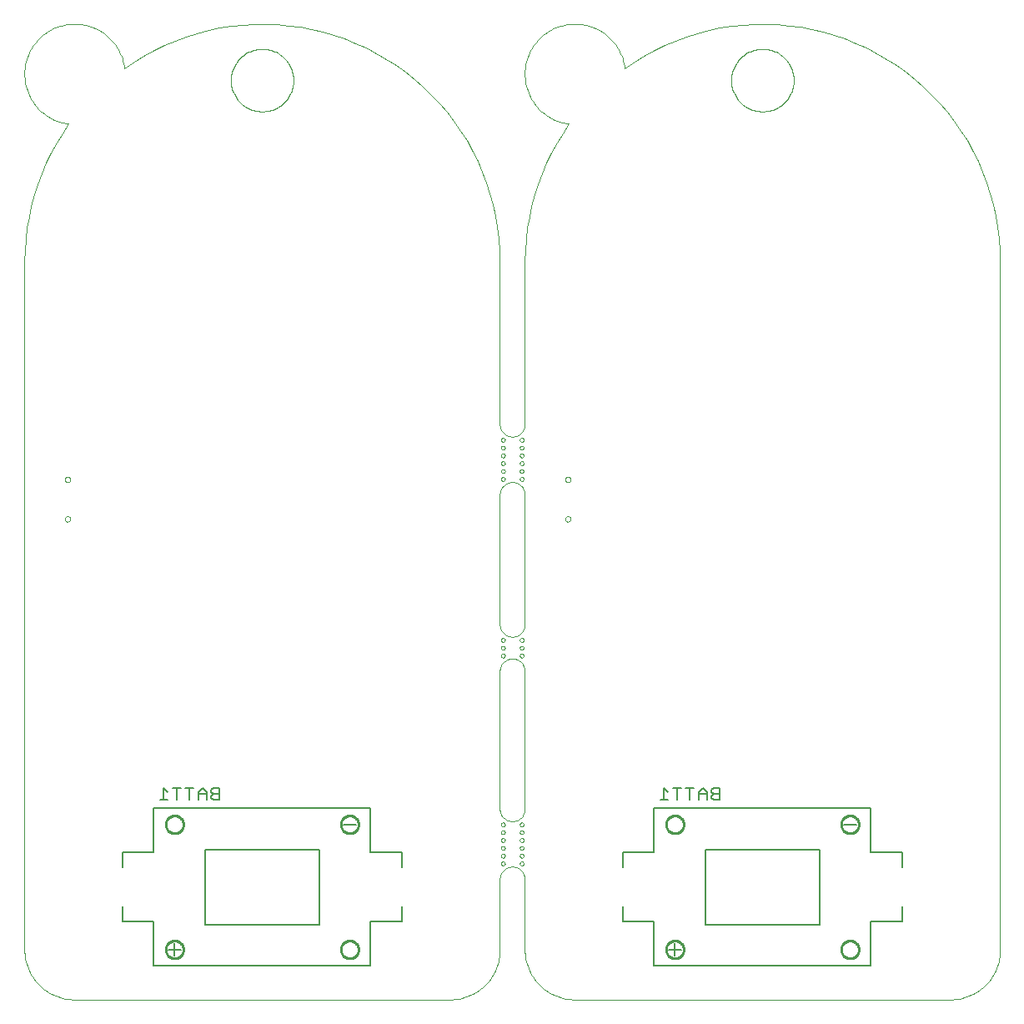
<source format=gbo>
G75*
G70*
%OFA0B0*%
%FSLAX24Y24*%
%IPPOS*%
%LPD*%
%AMOC8*
5,1,8,0,0,1.08239X$1,22.5*
%
%ADD10C,0.0000*%
%ADD11C,0.0080*%
%ADD12C,0.0100*%
D10*
X002655Y001008D02*
X017655Y001008D01*
X017750Y001010D01*
X017845Y001017D01*
X017940Y001028D01*
X018034Y001044D01*
X018127Y001064D01*
X018218Y001089D01*
X018309Y001118D01*
X018398Y001151D01*
X018486Y001189D01*
X018571Y001230D01*
X018655Y001276D01*
X018736Y001325D01*
X018815Y001379D01*
X018891Y001436D01*
X018965Y001497D01*
X019035Y001561D01*
X019102Y001628D01*
X019166Y001698D01*
X019227Y001772D01*
X019284Y001848D01*
X019338Y001927D01*
X019387Y002008D01*
X019433Y002092D01*
X019474Y002177D01*
X019512Y002265D01*
X019545Y002354D01*
X019574Y002445D01*
X019599Y002536D01*
X019619Y002629D01*
X019635Y002723D01*
X019646Y002818D01*
X019653Y002913D01*
X019655Y003008D01*
X019655Y005820D01*
X019657Y005864D01*
X019663Y005907D01*
X019672Y005949D01*
X019685Y005991D01*
X019702Y006031D01*
X019722Y006070D01*
X019745Y006107D01*
X019772Y006141D01*
X019801Y006174D01*
X019834Y006203D01*
X019868Y006230D01*
X019905Y006253D01*
X019944Y006273D01*
X019984Y006290D01*
X020026Y006303D01*
X020068Y006312D01*
X020111Y006318D01*
X020155Y006320D01*
X019701Y006445D02*
X019703Y006463D01*
X019709Y006479D01*
X019718Y006494D01*
X019731Y006507D01*
X019746Y006516D01*
X019762Y006522D01*
X019780Y006524D01*
X019798Y006522D01*
X019814Y006516D01*
X019829Y006507D01*
X019842Y006494D01*
X019851Y006479D01*
X019857Y006463D01*
X019859Y006445D01*
X019857Y006427D01*
X019851Y006411D01*
X019842Y006396D01*
X019829Y006383D01*
X019814Y006374D01*
X019798Y006368D01*
X019780Y006366D01*
X019762Y006368D01*
X019746Y006374D01*
X019731Y006383D01*
X019718Y006396D01*
X019709Y006411D01*
X019703Y006427D01*
X019701Y006445D01*
X019701Y006758D02*
X019703Y006776D01*
X019709Y006792D01*
X019718Y006807D01*
X019731Y006820D01*
X019746Y006829D01*
X019762Y006835D01*
X019780Y006837D01*
X019798Y006835D01*
X019814Y006829D01*
X019829Y006820D01*
X019842Y006807D01*
X019851Y006792D01*
X019857Y006776D01*
X019859Y006758D01*
X019857Y006740D01*
X019851Y006724D01*
X019842Y006709D01*
X019829Y006696D01*
X019814Y006687D01*
X019798Y006681D01*
X019780Y006679D01*
X019762Y006681D01*
X019746Y006687D01*
X019731Y006696D01*
X019718Y006709D01*
X019709Y006724D01*
X019703Y006740D01*
X019701Y006758D01*
X019701Y007070D02*
X019703Y007088D01*
X019709Y007104D01*
X019718Y007119D01*
X019731Y007132D01*
X019746Y007141D01*
X019762Y007147D01*
X019780Y007149D01*
X019798Y007147D01*
X019814Y007141D01*
X019829Y007132D01*
X019842Y007119D01*
X019851Y007104D01*
X019857Y007088D01*
X019859Y007070D01*
X019857Y007052D01*
X019851Y007036D01*
X019842Y007021D01*
X019829Y007008D01*
X019814Y006999D01*
X019798Y006993D01*
X019780Y006991D01*
X019762Y006993D01*
X019746Y006999D01*
X019731Y007008D01*
X019718Y007021D01*
X019709Y007036D01*
X019703Y007052D01*
X019701Y007070D01*
X019701Y007383D02*
X019703Y007401D01*
X019709Y007417D01*
X019718Y007432D01*
X019731Y007445D01*
X019746Y007454D01*
X019762Y007460D01*
X019780Y007462D01*
X019798Y007460D01*
X019814Y007454D01*
X019829Y007445D01*
X019842Y007432D01*
X019851Y007417D01*
X019857Y007401D01*
X019859Y007383D01*
X019857Y007365D01*
X019851Y007349D01*
X019842Y007334D01*
X019829Y007321D01*
X019814Y007312D01*
X019798Y007306D01*
X019780Y007304D01*
X019762Y007306D01*
X019746Y007312D01*
X019731Y007321D01*
X019718Y007334D01*
X019709Y007349D01*
X019703Y007365D01*
X019701Y007383D01*
X019701Y007695D02*
X019703Y007713D01*
X019709Y007729D01*
X019718Y007744D01*
X019731Y007757D01*
X019746Y007766D01*
X019762Y007772D01*
X019780Y007774D01*
X019798Y007772D01*
X019814Y007766D01*
X019829Y007757D01*
X019842Y007744D01*
X019851Y007729D01*
X019857Y007713D01*
X019859Y007695D01*
X019857Y007677D01*
X019851Y007661D01*
X019842Y007646D01*
X019829Y007633D01*
X019814Y007624D01*
X019798Y007618D01*
X019780Y007616D01*
X019762Y007618D01*
X019746Y007624D01*
X019731Y007633D01*
X019718Y007646D01*
X019709Y007661D01*
X019703Y007677D01*
X019701Y007695D01*
X019701Y008008D02*
X019703Y008026D01*
X019709Y008042D01*
X019718Y008057D01*
X019731Y008070D01*
X019746Y008079D01*
X019762Y008085D01*
X019780Y008087D01*
X019798Y008085D01*
X019814Y008079D01*
X019829Y008070D01*
X019842Y008057D01*
X019851Y008042D01*
X019857Y008026D01*
X019859Y008008D01*
X019857Y007990D01*
X019851Y007974D01*
X019842Y007959D01*
X019829Y007946D01*
X019814Y007937D01*
X019798Y007931D01*
X019780Y007929D01*
X019762Y007931D01*
X019746Y007937D01*
X019731Y007946D01*
X019718Y007959D01*
X019709Y007974D01*
X019703Y007990D01*
X019701Y008008D01*
X019655Y008633D02*
X019655Y014133D01*
X019657Y014177D01*
X019663Y014220D01*
X019672Y014262D01*
X019685Y014304D01*
X019702Y014344D01*
X019722Y014383D01*
X019745Y014420D01*
X019772Y014454D01*
X019801Y014487D01*
X019834Y014516D01*
X019868Y014543D01*
X019905Y014566D01*
X019944Y014586D01*
X019984Y014603D01*
X020026Y014616D01*
X020068Y014625D01*
X020111Y014631D01*
X020155Y014633D01*
X019701Y014758D02*
X019703Y014776D01*
X019709Y014792D01*
X019718Y014807D01*
X019731Y014820D01*
X019746Y014829D01*
X019762Y014835D01*
X019780Y014837D01*
X019798Y014835D01*
X019814Y014829D01*
X019829Y014820D01*
X019842Y014807D01*
X019851Y014792D01*
X019857Y014776D01*
X019859Y014758D01*
X019857Y014740D01*
X019851Y014724D01*
X019842Y014709D01*
X019829Y014696D01*
X019814Y014687D01*
X019798Y014681D01*
X019780Y014679D01*
X019762Y014681D01*
X019746Y014687D01*
X019731Y014696D01*
X019718Y014709D01*
X019709Y014724D01*
X019703Y014740D01*
X019701Y014758D01*
X019701Y015070D02*
X019703Y015088D01*
X019709Y015104D01*
X019718Y015119D01*
X019731Y015132D01*
X019746Y015141D01*
X019762Y015147D01*
X019780Y015149D01*
X019798Y015147D01*
X019814Y015141D01*
X019829Y015132D01*
X019842Y015119D01*
X019851Y015104D01*
X019857Y015088D01*
X019859Y015070D01*
X019857Y015052D01*
X019851Y015036D01*
X019842Y015021D01*
X019829Y015008D01*
X019814Y014999D01*
X019798Y014993D01*
X019780Y014991D01*
X019762Y014993D01*
X019746Y014999D01*
X019731Y015008D01*
X019718Y015021D01*
X019709Y015036D01*
X019703Y015052D01*
X019701Y015070D01*
X019701Y015383D02*
X019703Y015401D01*
X019709Y015417D01*
X019718Y015432D01*
X019731Y015445D01*
X019746Y015454D01*
X019762Y015460D01*
X019780Y015462D01*
X019798Y015460D01*
X019814Y015454D01*
X019829Y015445D01*
X019842Y015432D01*
X019851Y015417D01*
X019857Y015401D01*
X019859Y015383D01*
X019857Y015365D01*
X019851Y015349D01*
X019842Y015334D01*
X019829Y015321D01*
X019814Y015312D01*
X019798Y015306D01*
X019780Y015304D01*
X019762Y015306D01*
X019746Y015312D01*
X019731Y015321D01*
X019718Y015334D01*
X019709Y015349D01*
X019703Y015365D01*
X019701Y015383D01*
X019655Y016008D02*
X019655Y021195D01*
X019657Y021239D01*
X019663Y021282D01*
X019672Y021324D01*
X019685Y021366D01*
X019702Y021406D01*
X019722Y021445D01*
X019745Y021482D01*
X019772Y021516D01*
X019801Y021549D01*
X019834Y021578D01*
X019868Y021605D01*
X019905Y021628D01*
X019944Y021648D01*
X019984Y021665D01*
X020026Y021678D01*
X020068Y021687D01*
X020111Y021693D01*
X020155Y021695D01*
X019701Y021820D02*
X019703Y021838D01*
X019709Y021854D01*
X019718Y021869D01*
X019731Y021882D01*
X019746Y021891D01*
X019762Y021897D01*
X019780Y021899D01*
X019798Y021897D01*
X019814Y021891D01*
X019829Y021882D01*
X019842Y021869D01*
X019851Y021854D01*
X019857Y021838D01*
X019859Y021820D01*
X019857Y021802D01*
X019851Y021786D01*
X019842Y021771D01*
X019829Y021758D01*
X019814Y021749D01*
X019798Y021743D01*
X019780Y021741D01*
X019762Y021743D01*
X019746Y021749D01*
X019731Y021758D01*
X019718Y021771D01*
X019709Y021786D01*
X019703Y021802D01*
X019701Y021820D01*
X019701Y022133D02*
X019703Y022151D01*
X019709Y022167D01*
X019718Y022182D01*
X019731Y022195D01*
X019746Y022204D01*
X019762Y022210D01*
X019780Y022212D01*
X019798Y022210D01*
X019814Y022204D01*
X019829Y022195D01*
X019842Y022182D01*
X019851Y022167D01*
X019857Y022151D01*
X019859Y022133D01*
X019857Y022115D01*
X019851Y022099D01*
X019842Y022084D01*
X019829Y022071D01*
X019814Y022062D01*
X019798Y022056D01*
X019780Y022054D01*
X019762Y022056D01*
X019746Y022062D01*
X019731Y022071D01*
X019718Y022084D01*
X019709Y022099D01*
X019703Y022115D01*
X019701Y022133D01*
X019701Y022445D02*
X019703Y022463D01*
X019709Y022479D01*
X019718Y022494D01*
X019731Y022507D01*
X019746Y022516D01*
X019762Y022522D01*
X019780Y022524D01*
X019798Y022522D01*
X019814Y022516D01*
X019829Y022507D01*
X019842Y022494D01*
X019851Y022479D01*
X019857Y022463D01*
X019859Y022445D01*
X019857Y022427D01*
X019851Y022411D01*
X019842Y022396D01*
X019829Y022383D01*
X019814Y022374D01*
X019798Y022368D01*
X019780Y022366D01*
X019762Y022368D01*
X019746Y022374D01*
X019731Y022383D01*
X019718Y022396D01*
X019709Y022411D01*
X019703Y022427D01*
X019701Y022445D01*
X019701Y022758D02*
X019703Y022776D01*
X019709Y022792D01*
X019718Y022807D01*
X019731Y022820D01*
X019746Y022829D01*
X019762Y022835D01*
X019780Y022837D01*
X019798Y022835D01*
X019814Y022829D01*
X019829Y022820D01*
X019842Y022807D01*
X019851Y022792D01*
X019857Y022776D01*
X019859Y022758D01*
X019857Y022740D01*
X019851Y022724D01*
X019842Y022709D01*
X019829Y022696D01*
X019814Y022687D01*
X019798Y022681D01*
X019780Y022679D01*
X019762Y022681D01*
X019746Y022687D01*
X019731Y022696D01*
X019718Y022709D01*
X019709Y022724D01*
X019703Y022740D01*
X019701Y022758D01*
X019701Y023070D02*
X019703Y023088D01*
X019709Y023104D01*
X019718Y023119D01*
X019731Y023132D01*
X019746Y023141D01*
X019762Y023147D01*
X019780Y023149D01*
X019798Y023147D01*
X019814Y023141D01*
X019829Y023132D01*
X019842Y023119D01*
X019851Y023104D01*
X019857Y023088D01*
X019859Y023070D01*
X019857Y023052D01*
X019851Y023036D01*
X019842Y023021D01*
X019829Y023008D01*
X019814Y022999D01*
X019798Y022993D01*
X019780Y022991D01*
X019762Y022993D01*
X019746Y022999D01*
X019731Y023008D01*
X019718Y023021D01*
X019709Y023036D01*
X019703Y023052D01*
X019701Y023070D01*
X019701Y023383D02*
X019703Y023401D01*
X019709Y023417D01*
X019718Y023432D01*
X019731Y023445D01*
X019746Y023454D01*
X019762Y023460D01*
X019780Y023462D01*
X019798Y023460D01*
X019814Y023454D01*
X019829Y023445D01*
X019842Y023432D01*
X019851Y023417D01*
X019857Y023401D01*
X019859Y023383D01*
X019857Y023365D01*
X019851Y023349D01*
X019842Y023334D01*
X019829Y023321D01*
X019814Y023312D01*
X019798Y023306D01*
X019780Y023304D01*
X019762Y023306D01*
X019746Y023312D01*
X019731Y023321D01*
X019718Y023334D01*
X019709Y023349D01*
X019703Y023365D01*
X019701Y023383D01*
X019655Y024008D02*
X019655Y030508D01*
X020655Y030508D02*
X020655Y024008D01*
X020653Y023964D01*
X020647Y023921D01*
X020638Y023879D01*
X020625Y023837D01*
X020608Y023797D01*
X020588Y023758D01*
X020565Y023721D01*
X020538Y023687D01*
X020509Y023654D01*
X020476Y023625D01*
X020442Y023598D01*
X020405Y023575D01*
X020366Y023555D01*
X020326Y023538D01*
X020284Y023525D01*
X020242Y023516D01*
X020199Y023510D01*
X020155Y023508D01*
X020451Y023383D02*
X020453Y023401D01*
X020459Y023417D01*
X020468Y023432D01*
X020481Y023445D01*
X020496Y023454D01*
X020512Y023460D01*
X020530Y023462D01*
X020548Y023460D01*
X020564Y023454D01*
X020579Y023445D01*
X020592Y023432D01*
X020601Y023417D01*
X020607Y023401D01*
X020609Y023383D01*
X020607Y023365D01*
X020601Y023349D01*
X020592Y023334D01*
X020579Y023321D01*
X020564Y023312D01*
X020548Y023306D01*
X020530Y023304D01*
X020512Y023306D01*
X020496Y023312D01*
X020481Y023321D01*
X020468Y023334D01*
X020459Y023349D01*
X020453Y023365D01*
X020451Y023383D01*
X020451Y023070D02*
X020453Y023088D01*
X020459Y023104D01*
X020468Y023119D01*
X020481Y023132D01*
X020496Y023141D01*
X020512Y023147D01*
X020530Y023149D01*
X020548Y023147D01*
X020564Y023141D01*
X020579Y023132D01*
X020592Y023119D01*
X020601Y023104D01*
X020607Y023088D01*
X020609Y023070D01*
X020607Y023052D01*
X020601Y023036D01*
X020592Y023021D01*
X020579Y023008D01*
X020564Y022999D01*
X020548Y022993D01*
X020530Y022991D01*
X020512Y022993D01*
X020496Y022999D01*
X020481Y023008D01*
X020468Y023021D01*
X020459Y023036D01*
X020453Y023052D01*
X020451Y023070D01*
X020451Y022758D02*
X020453Y022776D01*
X020459Y022792D01*
X020468Y022807D01*
X020481Y022820D01*
X020496Y022829D01*
X020512Y022835D01*
X020530Y022837D01*
X020548Y022835D01*
X020564Y022829D01*
X020579Y022820D01*
X020592Y022807D01*
X020601Y022792D01*
X020607Y022776D01*
X020609Y022758D01*
X020607Y022740D01*
X020601Y022724D01*
X020592Y022709D01*
X020579Y022696D01*
X020564Y022687D01*
X020548Y022681D01*
X020530Y022679D01*
X020512Y022681D01*
X020496Y022687D01*
X020481Y022696D01*
X020468Y022709D01*
X020459Y022724D01*
X020453Y022740D01*
X020451Y022758D01*
X020451Y022445D02*
X020453Y022463D01*
X020459Y022479D01*
X020468Y022494D01*
X020481Y022507D01*
X020496Y022516D01*
X020512Y022522D01*
X020530Y022524D01*
X020548Y022522D01*
X020564Y022516D01*
X020579Y022507D01*
X020592Y022494D01*
X020601Y022479D01*
X020607Y022463D01*
X020609Y022445D01*
X020607Y022427D01*
X020601Y022411D01*
X020592Y022396D01*
X020579Y022383D01*
X020564Y022374D01*
X020548Y022368D01*
X020530Y022366D01*
X020512Y022368D01*
X020496Y022374D01*
X020481Y022383D01*
X020468Y022396D01*
X020459Y022411D01*
X020453Y022427D01*
X020451Y022445D01*
X020451Y022133D02*
X020453Y022151D01*
X020459Y022167D01*
X020468Y022182D01*
X020481Y022195D01*
X020496Y022204D01*
X020512Y022210D01*
X020530Y022212D01*
X020548Y022210D01*
X020564Y022204D01*
X020579Y022195D01*
X020592Y022182D01*
X020601Y022167D01*
X020607Y022151D01*
X020609Y022133D01*
X020607Y022115D01*
X020601Y022099D01*
X020592Y022084D01*
X020579Y022071D01*
X020564Y022062D01*
X020548Y022056D01*
X020530Y022054D01*
X020512Y022056D01*
X020496Y022062D01*
X020481Y022071D01*
X020468Y022084D01*
X020459Y022099D01*
X020453Y022115D01*
X020451Y022133D01*
X020451Y021820D02*
X020453Y021838D01*
X020459Y021854D01*
X020468Y021869D01*
X020481Y021882D01*
X020496Y021891D01*
X020512Y021897D01*
X020530Y021899D01*
X020548Y021897D01*
X020564Y021891D01*
X020579Y021882D01*
X020592Y021869D01*
X020601Y021854D01*
X020607Y021838D01*
X020609Y021820D01*
X020607Y021802D01*
X020601Y021786D01*
X020592Y021771D01*
X020579Y021758D01*
X020564Y021749D01*
X020548Y021743D01*
X020530Y021741D01*
X020512Y021743D01*
X020496Y021749D01*
X020481Y021758D01*
X020468Y021771D01*
X020459Y021786D01*
X020453Y021802D01*
X020451Y021820D01*
X020655Y021195D02*
X020655Y016008D01*
X020653Y015964D01*
X020647Y015921D01*
X020638Y015879D01*
X020625Y015837D01*
X020608Y015797D01*
X020588Y015758D01*
X020565Y015721D01*
X020538Y015687D01*
X020509Y015654D01*
X020476Y015625D01*
X020442Y015598D01*
X020405Y015575D01*
X020366Y015555D01*
X020326Y015538D01*
X020284Y015525D01*
X020242Y015516D01*
X020199Y015510D01*
X020155Y015508D01*
X020451Y015383D02*
X020453Y015401D01*
X020459Y015417D01*
X020468Y015432D01*
X020481Y015445D01*
X020496Y015454D01*
X020512Y015460D01*
X020530Y015462D01*
X020548Y015460D01*
X020564Y015454D01*
X020579Y015445D01*
X020592Y015432D01*
X020601Y015417D01*
X020607Y015401D01*
X020609Y015383D01*
X020607Y015365D01*
X020601Y015349D01*
X020592Y015334D01*
X020579Y015321D01*
X020564Y015312D01*
X020548Y015306D01*
X020530Y015304D01*
X020512Y015306D01*
X020496Y015312D01*
X020481Y015321D01*
X020468Y015334D01*
X020459Y015349D01*
X020453Y015365D01*
X020451Y015383D01*
X020451Y015070D02*
X020453Y015088D01*
X020459Y015104D01*
X020468Y015119D01*
X020481Y015132D01*
X020496Y015141D01*
X020512Y015147D01*
X020530Y015149D01*
X020548Y015147D01*
X020564Y015141D01*
X020579Y015132D01*
X020592Y015119D01*
X020601Y015104D01*
X020607Y015088D01*
X020609Y015070D01*
X020607Y015052D01*
X020601Y015036D01*
X020592Y015021D01*
X020579Y015008D01*
X020564Y014999D01*
X020548Y014993D01*
X020530Y014991D01*
X020512Y014993D01*
X020496Y014999D01*
X020481Y015008D01*
X020468Y015021D01*
X020459Y015036D01*
X020453Y015052D01*
X020451Y015070D01*
X020451Y014758D02*
X020453Y014776D01*
X020459Y014792D01*
X020468Y014807D01*
X020481Y014820D01*
X020496Y014829D01*
X020512Y014835D01*
X020530Y014837D01*
X020548Y014835D01*
X020564Y014829D01*
X020579Y014820D01*
X020592Y014807D01*
X020601Y014792D01*
X020607Y014776D01*
X020609Y014758D01*
X020607Y014740D01*
X020601Y014724D01*
X020592Y014709D01*
X020579Y014696D01*
X020564Y014687D01*
X020548Y014681D01*
X020530Y014679D01*
X020512Y014681D01*
X020496Y014687D01*
X020481Y014696D01*
X020468Y014709D01*
X020459Y014724D01*
X020453Y014740D01*
X020451Y014758D01*
X020655Y014133D02*
X020655Y008633D01*
X020653Y008589D01*
X020647Y008546D01*
X020638Y008504D01*
X020625Y008462D01*
X020608Y008422D01*
X020588Y008383D01*
X020565Y008346D01*
X020538Y008312D01*
X020509Y008279D01*
X020476Y008250D01*
X020442Y008223D01*
X020405Y008200D01*
X020366Y008180D01*
X020326Y008163D01*
X020284Y008150D01*
X020242Y008141D01*
X020199Y008135D01*
X020155Y008133D01*
X020451Y008008D02*
X020453Y008026D01*
X020459Y008042D01*
X020468Y008057D01*
X020481Y008070D01*
X020496Y008079D01*
X020512Y008085D01*
X020530Y008087D01*
X020548Y008085D01*
X020564Y008079D01*
X020579Y008070D01*
X020592Y008057D01*
X020601Y008042D01*
X020607Y008026D01*
X020609Y008008D01*
X020607Y007990D01*
X020601Y007974D01*
X020592Y007959D01*
X020579Y007946D01*
X020564Y007937D01*
X020548Y007931D01*
X020530Y007929D01*
X020512Y007931D01*
X020496Y007937D01*
X020481Y007946D01*
X020468Y007959D01*
X020459Y007974D01*
X020453Y007990D01*
X020451Y008008D01*
X020451Y007695D02*
X020453Y007713D01*
X020459Y007729D01*
X020468Y007744D01*
X020481Y007757D01*
X020496Y007766D01*
X020512Y007772D01*
X020530Y007774D01*
X020548Y007772D01*
X020564Y007766D01*
X020579Y007757D01*
X020592Y007744D01*
X020601Y007729D01*
X020607Y007713D01*
X020609Y007695D01*
X020607Y007677D01*
X020601Y007661D01*
X020592Y007646D01*
X020579Y007633D01*
X020564Y007624D01*
X020548Y007618D01*
X020530Y007616D01*
X020512Y007618D01*
X020496Y007624D01*
X020481Y007633D01*
X020468Y007646D01*
X020459Y007661D01*
X020453Y007677D01*
X020451Y007695D01*
X020451Y007383D02*
X020453Y007401D01*
X020459Y007417D01*
X020468Y007432D01*
X020481Y007445D01*
X020496Y007454D01*
X020512Y007460D01*
X020530Y007462D01*
X020548Y007460D01*
X020564Y007454D01*
X020579Y007445D01*
X020592Y007432D01*
X020601Y007417D01*
X020607Y007401D01*
X020609Y007383D01*
X020607Y007365D01*
X020601Y007349D01*
X020592Y007334D01*
X020579Y007321D01*
X020564Y007312D01*
X020548Y007306D01*
X020530Y007304D01*
X020512Y007306D01*
X020496Y007312D01*
X020481Y007321D01*
X020468Y007334D01*
X020459Y007349D01*
X020453Y007365D01*
X020451Y007383D01*
X020451Y007070D02*
X020453Y007088D01*
X020459Y007104D01*
X020468Y007119D01*
X020481Y007132D01*
X020496Y007141D01*
X020512Y007147D01*
X020530Y007149D01*
X020548Y007147D01*
X020564Y007141D01*
X020579Y007132D01*
X020592Y007119D01*
X020601Y007104D01*
X020607Y007088D01*
X020609Y007070D01*
X020607Y007052D01*
X020601Y007036D01*
X020592Y007021D01*
X020579Y007008D01*
X020564Y006999D01*
X020548Y006993D01*
X020530Y006991D01*
X020512Y006993D01*
X020496Y006999D01*
X020481Y007008D01*
X020468Y007021D01*
X020459Y007036D01*
X020453Y007052D01*
X020451Y007070D01*
X020451Y006758D02*
X020453Y006776D01*
X020459Y006792D01*
X020468Y006807D01*
X020481Y006820D01*
X020496Y006829D01*
X020512Y006835D01*
X020530Y006837D01*
X020548Y006835D01*
X020564Y006829D01*
X020579Y006820D01*
X020592Y006807D01*
X020601Y006792D01*
X020607Y006776D01*
X020609Y006758D01*
X020607Y006740D01*
X020601Y006724D01*
X020592Y006709D01*
X020579Y006696D01*
X020564Y006687D01*
X020548Y006681D01*
X020530Y006679D01*
X020512Y006681D01*
X020496Y006687D01*
X020481Y006696D01*
X020468Y006709D01*
X020459Y006724D01*
X020453Y006740D01*
X020451Y006758D01*
X020451Y006445D02*
X020453Y006463D01*
X020459Y006479D01*
X020468Y006494D01*
X020481Y006507D01*
X020496Y006516D01*
X020512Y006522D01*
X020530Y006524D01*
X020548Y006522D01*
X020564Y006516D01*
X020579Y006507D01*
X020592Y006494D01*
X020601Y006479D01*
X020607Y006463D01*
X020609Y006445D01*
X020607Y006427D01*
X020601Y006411D01*
X020592Y006396D01*
X020579Y006383D01*
X020564Y006374D01*
X020548Y006368D01*
X020530Y006366D01*
X020512Y006368D01*
X020496Y006374D01*
X020481Y006383D01*
X020468Y006396D01*
X020459Y006411D01*
X020453Y006427D01*
X020451Y006445D01*
X020655Y005820D02*
X020655Y003008D01*
X020657Y002913D01*
X020664Y002818D01*
X020675Y002723D01*
X020691Y002629D01*
X020711Y002536D01*
X020736Y002445D01*
X020765Y002354D01*
X020798Y002265D01*
X020836Y002177D01*
X020877Y002092D01*
X020923Y002008D01*
X020972Y001927D01*
X021026Y001848D01*
X021083Y001772D01*
X021144Y001698D01*
X021208Y001628D01*
X021275Y001561D01*
X021345Y001497D01*
X021419Y001436D01*
X021495Y001379D01*
X021574Y001325D01*
X021655Y001276D01*
X021739Y001230D01*
X021824Y001189D01*
X021912Y001151D01*
X022001Y001118D01*
X022092Y001089D01*
X022183Y001064D01*
X022276Y001044D01*
X022370Y001028D01*
X022465Y001017D01*
X022560Y001010D01*
X022655Y001008D01*
X037655Y001008D01*
X037750Y001010D01*
X037845Y001017D01*
X037940Y001028D01*
X038034Y001044D01*
X038127Y001064D01*
X038218Y001089D01*
X038309Y001118D01*
X038398Y001151D01*
X038486Y001189D01*
X038571Y001230D01*
X038655Y001276D01*
X038736Y001325D01*
X038815Y001379D01*
X038891Y001436D01*
X038965Y001497D01*
X039035Y001561D01*
X039102Y001628D01*
X039166Y001698D01*
X039227Y001772D01*
X039284Y001848D01*
X039338Y001927D01*
X039387Y002008D01*
X039433Y002092D01*
X039474Y002177D01*
X039512Y002265D01*
X039545Y002354D01*
X039574Y002445D01*
X039599Y002536D01*
X039619Y002629D01*
X039635Y002723D01*
X039646Y002818D01*
X039653Y002913D01*
X039655Y003008D01*
X039655Y030508D01*
X039644Y030970D01*
X039610Y031431D01*
X039554Y031890D01*
X039476Y032345D01*
X039375Y032796D01*
X039253Y033242D01*
X039109Y033681D01*
X038944Y034113D01*
X038759Y034536D01*
X038553Y034950D01*
X038327Y035353D01*
X038081Y035745D01*
X037817Y036124D01*
X037535Y036490D01*
X037235Y036842D01*
X036919Y037179D01*
X036586Y037500D01*
X036239Y037804D01*
X035877Y038092D01*
X035501Y038361D01*
X035113Y038612D01*
X034713Y038843D01*
X034302Y039055D01*
X033881Y039247D01*
X033452Y039418D01*
X033015Y039567D01*
X032571Y039696D01*
X032121Y039802D01*
X031667Y039887D01*
X031209Y039949D01*
X030748Y039989D01*
X030287Y040007D01*
X029824Y040002D01*
X029363Y039975D01*
X028904Y039925D01*
X028447Y039853D01*
X027995Y039759D01*
X027547Y039643D01*
X027106Y039505D01*
X026672Y039346D01*
X026246Y039167D01*
X025830Y038966D01*
X025424Y038746D01*
X025028Y038506D01*
X024646Y038247D01*
X024645Y038248D02*
X024631Y038344D01*
X024612Y038440D01*
X024589Y038535D01*
X024561Y038628D01*
X024528Y038720D01*
X024492Y038810D01*
X024450Y038898D01*
X024405Y038984D01*
X024356Y039068D01*
X024302Y039150D01*
X024245Y039228D01*
X024183Y039304D01*
X024119Y039377D01*
X024050Y039446D01*
X023979Y039513D01*
X023904Y039575D01*
X023826Y039634D01*
X023746Y039689D01*
X023663Y039740D01*
X023578Y039787D01*
X023490Y039830D01*
X023401Y039868D01*
X023309Y039902D01*
X023217Y039932D01*
X023123Y039957D01*
X023027Y039977D01*
X022931Y039993D01*
X022834Y040004D01*
X022737Y040010D01*
X022640Y040012D01*
X022542Y040009D01*
X022445Y040001D01*
X022349Y039988D01*
X022253Y039971D01*
X022158Y039949D01*
X022064Y039923D01*
X021972Y039892D01*
X021881Y039857D01*
X021792Y039817D01*
X021705Y039773D01*
X021621Y039724D01*
X021538Y039672D01*
X021459Y039616D01*
X021382Y039556D01*
X021308Y039492D01*
X021238Y039425D01*
X021171Y039355D01*
X021107Y039281D01*
X021047Y039204D01*
X020991Y039125D01*
X020939Y039042D01*
X020890Y038958D01*
X020846Y038871D01*
X020806Y038782D01*
X020771Y038691D01*
X020740Y038599D01*
X020714Y038505D01*
X020692Y038410D01*
X020675Y038314D01*
X020662Y038218D01*
X020654Y038121D01*
X020651Y038023D01*
X020653Y037926D01*
X020659Y037829D01*
X020670Y037732D01*
X020686Y037636D01*
X020706Y037540D01*
X020731Y037446D01*
X020761Y037354D01*
X020795Y037262D01*
X020833Y037173D01*
X020876Y037085D01*
X020923Y037000D01*
X020974Y036917D01*
X021029Y036837D01*
X021088Y036759D01*
X021150Y036684D01*
X021217Y036613D01*
X021286Y036544D01*
X021359Y036480D01*
X021435Y036418D01*
X021513Y036361D01*
X021595Y036307D01*
X021679Y036258D01*
X021765Y036213D01*
X021853Y036171D01*
X021943Y036135D01*
X022035Y036102D01*
X022128Y036074D01*
X022223Y036051D01*
X022319Y036032D01*
X022415Y036018D01*
X028905Y037758D02*
X028907Y037828D01*
X028913Y037898D01*
X028923Y037967D01*
X028936Y038036D01*
X028954Y038104D01*
X028975Y038171D01*
X029000Y038236D01*
X029029Y038300D01*
X029061Y038363D01*
X029097Y038423D01*
X029136Y038481D01*
X029178Y038537D01*
X029223Y038591D01*
X029271Y038642D01*
X029322Y038690D01*
X029376Y038735D01*
X029432Y038777D01*
X029490Y038816D01*
X029550Y038852D01*
X029613Y038884D01*
X029677Y038913D01*
X029742Y038938D01*
X029809Y038959D01*
X029877Y038977D01*
X029946Y038990D01*
X030015Y039000D01*
X030085Y039006D01*
X030155Y039008D01*
X030225Y039006D01*
X030295Y039000D01*
X030364Y038990D01*
X030433Y038977D01*
X030501Y038959D01*
X030568Y038938D01*
X030633Y038913D01*
X030697Y038884D01*
X030760Y038852D01*
X030820Y038816D01*
X030878Y038777D01*
X030934Y038735D01*
X030988Y038690D01*
X031039Y038642D01*
X031087Y038591D01*
X031132Y038537D01*
X031174Y038481D01*
X031213Y038423D01*
X031249Y038363D01*
X031281Y038300D01*
X031310Y038236D01*
X031335Y038171D01*
X031356Y038104D01*
X031374Y038036D01*
X031387Y037967D01*
X031397Y037898D01*
X031403Y037828D01*
X031405Y037758D01*
X031403Y037688D01*
X031397Y037618D01*
X031387Y037549D01*
X031374Y037480D01*
X031356Y037412D01*
X031335Y037345D01*
X031310Y037280D01*
X031281Y037216D01*
X031249Y037153D01*
X031213Y037093D01*
X031174Y037035D01*
X031132Y036979D01*
X031087Y036925D01*
X031039Y036874D01*
X030988Y036826D01*
X030934Y036781D01*
X030878Y036739D01*
X030820Y036700D01*
X030760Y036664D01*
X030697Y036632D01*
X030633Y036603D01*
X030568Y036578D01*
X030501Y036557D01*
X030433Y036539D01*
X030364Y036526D01*
X030295Y036516D01*
X030225Y036510D01*
X030155Y036508D01*
X030085Y036510D01*
X030015Y036516D01*
X029946Y036526D01*
X029877Y036539D01*
X029809Y036557D01*
X029742Y036578D01*
X029677Y036603D01*
X029613Y036632D01*
X029550Y036664D01*
X029490Y036700D01*
X029432Y036739D01*
X029376Y036781D01*
X029322Y036826D01*
X029271Y036874D01*
X029223Y036925D01*
X029178Y036979D01*
X029136Y037035D01*
X029097Y037093D01*
X029061Y037153D01*
X029029Y037216D01*
X029000Y037280D01*
X028975Y037345D01*
X028954Y037412D01*
X028936Y037480D01*
X028923Y037549D01*
X028913Y037618D01*
X028907Y037688D01*
X028905Y037758D01*
X022416Y036017D02*
X022162Y035643D01*
X021927Y035257D01*
X021711Y034860D01*
X021513Y034454D01*
X021335Y034038D01*
X021177Y033614D01*
X021040Y033184D01*
X020923Y032747D01*
X020827Y032305D01*
X020752Y031860D01*
X020698Y031411D01*
X020666Y030960D01*
X020655Y030508D01*
X019655Y024008D02*
X019657Y023964D01*
X019663Y023921D01*
X019672Y023879D01*
X019685Y023837D01*
X019702Y023797D01*
X019722Y023758D01*
X019745Y023721D01*
X019772Y023687D01*
X019801Y023654D01*
X019834Y023625D01*
X019868Y023598D01*
X019905Y023575D01*
X019944Y023555D01*
X019984Y023538D01*
X020026Y023525D01*
X020068Y023516D01*
X020111Y023510D01*
X020155Y023508D01*
X020155Y021695D02*
X020199Y021693D01*
X020242Y021687D01*
X020284Y021678D01*
X020326Y021665D01*
X020366Y021648D01*
X020405Y021628D01*
X020442Y021605D01*
X020476Y021578D01*
X020509Y021549D01*
X020538Y021516D01*
X020565Y021482D01*
X020588Y021445D01*
X020608Y021406D01*
X020625Y021366D01*
X020638Y021324D01*
X020647Y021282D01*
X020653Y021239D01*
X020655Y021195D01*
X022269Y021795D02*
X022271Y021815D01*
X022277Y021835D01*
X022286Y021853D01*
X022299Y021870D01*
X022314Y021883D01*
X022332Y021893D01*
X022352Y021900D01*
X022372Y021903D01*
X022392Y021902D01*
X022412Y021897D01*
X022431Y021889D01*
X022448Y021877D01*
X022462Y021862D01*
X022473Y021844D01*
X022481Y021825D01*
X022485Y021805D01*
X022485Y021785D01*
X022481Y021765D01*
X022473Y021746D01*
X022462Y021728D01*
X022448Y021713D01*
X022431Y021701D01*
X022412Y021693D01*
X022392Y021688D01*
X022372Y021687D01*
X022352Y021690D01*
X022332Y021697D01*
X022314Y021707D01*
X022299Y021720D01*
X022286Y021737D01*
X022277Y021755D01*
X022271Y021775D01*
X022269Y021795D01*
X022269Y020220D02*
X022271Y020240D01*
X022277Y020260D01*
X022286Y020278D01*
X022299Y020295D01*
X022314Y020308D01*
X022332Y020318D01*
X022352Y020325D01*
X022372Y020328D01*
X022392Y020327D01*
X022412Y020322D01*
X022431Y020314D01*
X022448Y020302D01*
X022462Y020287D01*
X022473Y020269D01*
X022481Y020250D01*
X022485Y020230D01*
X022485Y020210D01*
X022481Y020190D01*
X022473Y020171D01*
X022462Y020153D01*
X022448Y020138D01*
X022431Y020126D01*
X022412Y020118D01*
X022392Y020113D01*
X022372Y020112D01*
X022352Y020115D01*
X022332Y020122D01*
X022314Y020132D01*
X022299Y020145D01*
X022286Y020162D01*
X022277Y020180D01*
X022271Y020200D01*
X022269Y020220D01*
X019655Y016008D02*
X019657Y015964D01*
X019663Y015921D01*
X019672Y015879D01*
X019685Y015837D01*
X019702Y015797D01*
X019722Y015758D01*
X019745Y015721D01*
X019772Y015687D01*
X019801Y015654D01*
X019834Y015625D01*
X019868Y015598D01*
X019905Y015575D01*
X019944Y015555D01*
X019984Y015538D01*
X020026Y015525D01*
X020068Y015516D01*
X020111Y015510D01*
X020155Y015508D01*
X020155Y014633D02*
X020199Y014631D01*
X020242Y014625D01*
X020284Y014616D01*
X020326Y014603D01*
X020366Y014586D01*
X020405Y014566D01*
X020442Y014543D01*
X020476Y014516D01*
X020509Y014487D01*
X020538Y014454D01*
X020565Y014420D01*
X020588Y014383D01*
X020608Y014344D01*
X020625Y014304D01*
X020638Y014262D01*
X020647Y014220D01*
X020653Y014177D01*
X020655Y014133D01*
X019655Y008633D02*
X019657Y008589D01*
X019663Y008546D01*
X019672Y008504D01*
X019685Y008462D01*
X019702Y008422D01*
X019722Y008383D01*
X019745Y008346D01*
X019772Y008312D01*
X019801Y008279D01*
X019834Y008250D01*
X019868Y008223D01*
X019905Y008200D01*
X019944Y008180D01*
X019984Y008163D01*
X020026Y008150D01*
X020068Y008141D01*
X020111Y008135D01*
X020155Y008133D01*
X020155Y006320D02*
X020199Y006318D01*
X020242Y006312D01*
X020284Y006303D01*
X020326Y006290D01*
X020366Y006273D01*
X020405Y006253D01*
X020442Y006230D01*
X020476Y006203D01*
X020509Y006174D01*
X020538Y006141D01*
X020565Y006107D01*
X020588Y006070D01*
X020608Y006031D01*
X020625Y005991D01*
X020638Y005949D01*
X020647Y005907D01*
X020653Y005864D01*
X020655Y005820D01*
X002655Y001008D02*
X002560Y001010D01*
X002465Y001017D01*
X002370Y001028D01*
X002276Y001044D01*
X002183Y001064D01*
X002092Y001089D01*
X002001Y001118D01*
X001912Y001151D01*
X001824Y001189D01*
X001739Y001230D01*
X001655Y001276D01*
X001574Y001325D01*
X001495Y001379D01*
X001419Y001436D01*
X001345Y001497D01*
X001275Y001561D01*
X001208Y001628D01*
X001144Y001698D01*
X001083Y001772D01*
X001026Y001848D01*
X000972Y001927D01*
X000923Y002008D01*
X000877Y002092D01*
X000836Y002177D01*
X000798Y002265D01*
X000765Y002354D01*
X000736Y002445D01*
X000711Y002536D01*
X000691Y002629D01*
X000675Y002723D01*
X000664Y002818D01*
X000657Y002913D01*
X000655Y003008D01*
X000655Y030508D01*
X002415Y036018D02*
X002319Y036032D01*
X002223Y036051D01*
X002128Y036074D01*
X002035Y036102D01*
X001943Y036135D01*
X001853Y036171D01*
X001765Y036213D01*
X001679Y036258D01*
X001595Y036307D01*
X001513Y036361D01*
X001435Y036418D01*
X001359Y036480D01*
X001286Y036544D01*
X001217Y036613D01*
X001150Y036684D01*
X001088Y036759D01*
X001029Y036837D01*
X000974Y036917D01*
X000923Y037000D01*
X000876Y037085D01*
X000833Y037173D01*
X000795Y037262D01*
X000761Y037354D01*
X000731Y037446D01*
X000706Y037540D01*
X000686Y037636D01*
X000670Y037732D01*
X000659Y037829D01*
X000653Y037926D01*
X000651Y038023D01*
X000654Y038121D01*
X000662Y038218D01*
X000675Y038314D01*
X000692Y038410D01*
X000714Y038505D01*
X000740Y038599D01*
X000771Y038691D01*
X000806Y038782D01*
X000846Y038871D01*
X000890Y038958D01*
X000939Y039042D01*
X000991Y039125D01*
X001047Y039204D01*
X001107Y039281D01*
X001171Y039355D01*
X001238Y039425D01*
X001308Y039492D01*
X001382Y039556D01*
X001459Y039616D01*
X001538Y039672D01*
X001621Y039724D01*
X001705Y039773D01*
X001792Y039817D01*
X001881Y039857D01*
X001972Y039892D01*
X002064Y039923D01*
X002158Y039949D01*
X002253Y039971D01*
X002349Y039988D01*
X002445Y040001D01*
X002542Y040009D01*
X002640Y040012D01*
X002737Y040010D01*
X002834Y040004D01*
X002931Y039993D01*
X003027Y039977D01*
X003123Y039957D01*
X003217Y039932D01*
X003309Y039902D01*
X003401Y039868D01*
X003490Y039830D01*
X003578Y039787D01*
X003663Y039740D01*
X003746Y039689D01*
X003826Y039634D01*
X003904Y039575D01*
X003979Y039513D01*
X004050Y039446D01*
X004119Y039377D01*
X004183Y039304D01*
X004245Y039228D01*
X004302Y039150D01*
X004356Y039068D01*
X004405Y038984D01*
X004450Y038898D01*
X004492Y038810D01*
X004528Y038720D01*
X004561Y038628D01*
X004589Y038535D01*
X004612Y038440D01*
X004631Y038344D01*
X004645Y038248D01*
X008905Y037758D02*
X008907Y037828D01*
X008913Y037898D01*
X008923Y037967D01*
X008936Y038036D01*
X008954Y038104D01*
X008975Y038171D01*
X009000Y038236D01*
X009029Y038300D01*
X009061Y038363D01*
X009097Y038423D01*
X009136Y038481D01*
X009178Y038537D01*
X009223Y038591D01*
X009271Y038642D01*
X009322Y038690D01*
X009376Y038735D01*
X009432Y038777D01*
X009490Y038816D01*
X009550Y038852D01*
X009613Y038884D01*
X009677Y038913D01*
X009742Y038938D01*
X009809Y038959D01*
X009877Y038977D01*
X009946Y038990D01*
X010015Y039000D01*
X010085Y039006D01*
X010155Y039008D01*
X010225Y039006D01*
X010295Y039000D01*
X010364Y038990D01*
X010433Y038977D01*
X010501Y038959D01*
X010568Y038938D01*
X010633Y038913D01*
X010697Y038884D01*
X010760Y038852D01*
X010820Y038816D01*
X010878Y038777D01*
X010934Y038735D01*
X010988Y038690D01*
X011039Y038642D01*
X011087Y038591D01*
X011132Y038537D01*
X011174Y038481D01*
X011213Y038423D01*
X011249Y038363D01*
X011281Y038300D01*
X011310Y038236D01*
X011335Y038171D01*
X011356Y038104D01*
X011374Y038036D01*
X011387Y037967D01*
X011397Y037898D01*
X011403Y037828D01*
X011405Y037758D01*
X011403Y037688D01*
X011397Y037618D01*
X011387Y037549D01*
X011374Y037480D01*
X011356Y037412D01*
X011335Y037345D01*
X011310Y037280D01*
X011281Y037216D01*
X011249Y037153D01*
X011213Y037093D01*
X011174Y037035D01*
X011132Y036979D01*
X011087Y036925D01*
X011039Y036874D01*
X010988Y036826D01*
X010934Y036781D01*
X010878Y036739D01*
X010820Y036700D01*
X010760Y036664D01*
X010697Y036632D01*
X010633Y036603D01*
X010568Y036578D01*
X010501Y036557D01*
X010433Y036539D01*
X010364Y036526D01*
X010295Y036516D01*
X010225Y036510D01*
X010155Y036508D01*
X010085Y036510D01*
X010015Y036516D01*
X009946Y036526D01*
X009877Y036539D01*
X009809Y036557D01*
X009742Y036578D01*
X009677Y036603D01*
X009613Y036632D01*
X009550Y036664D01*
X009490Y036700D01*
X009432Y036739D01*
X009376Y036781D01*
X009322Y036826D01*
X009271Y036874D01*
X009223Y036925D01*
X009178Y036979D01*
X009136Y037035D01*
X009097Y037093D01*
X009061Y037153D01*
X009029Y037216D01*
X009000Y037280D01*
X008975Y037345D01*
X008954Y037412D01*
X008936Y037480D01*
X008923Y037549D01*
X008913Y037618D01*
X008907Y037688D01*
X008905Y037758D01*
X004646Y038247D02*
X005028Y038506D01*
X005424Y038746D01*
X005830Y038966D01*
X006246Y039167D01*
X006672Y039346D01*
X007106Y039505D01*
X007547Y039643D01*
X007995Y039759D01*
X008447Y039853D01*
X008904Y039925D01*
X009363Y039975D01*
X009824Y040002D01*
X010287Y040007D01*
X010748Y039989D01*
X011209Y039949D01*
X011667Y039887D01*
X012121Y039802D01*
X012571Y039696D01*
X013015Y039567D01*
X013452Y039418D01*
X013881Y039247D01*
X014302Y039055D01*
X014713Y038843D01*
X015113Y038612D01*
X015501Y038361D01*
X015877Y038092D01*
X016239Y037804D01*
X016586Y037500D01*
X016919Y037179D01*
X017235Y036842D01*
X017535Y036490D01*
X017817Y036124D01*
X018081Y035745D01*
X018327Y035353D01*
X018553Y034950D01*
X018759Y034536D01*
X018944Y034113D01*
X019109Y033681D01*
X019253Y033242D01*
X019375Y032796D01*
X019476Y032345D01*
X019554Y031890D01*
X019610Y031431D01*
X019644Y030970D01*
X019655Y030508D01*
X002416Y036017D02*
X002162Y035643D01*
X001927Y035257D01*
X001711Y034860D01*
X001513Y034454D01*
X001335Y034038D01*
X001177Y033614D01*
X001040Y033184D01*
X000923Y032747D01*
X000827Y032305D01*
X000752Y031860D01*
X000698Y031411D01*
X000666Y030960D01*
X000655Y030508D01*
X002269Y021795D02*
X002271Y021815D01*
X002277Y021835D01*
X002286Y021853D01*
X002299Y021870D01*
X002314Y021883D01*
X002332Y021893D01*
X002352Y021900D01*
X002372Y021903D01*
X002392Y021902D01*
X002412Y021897D01*
X002431Y021889D01*
X002448Y021877D01*
X002462Y021862D01*
X002473Y021844D01*
X002481Y021825D01*
X002485Y021805D01*
X002485Y021785D01*
X002481Y021765D01*
X002473Y021746D01*
X002462Y021728D01*
X002448Y021713D01*
X002431Y021701D01*
X002412Y021693D01*
X002392Y021688D01*
X002372Y021687D01*
X002352Y021690D01*
X002332Y021697D01*
X002314Y021707D01*
X002299Y021720D01*
X002286Y021737D01*
X002277Y021755D01*
X002271Y021775D01*
X002269Y021795D01*
X002269Y020220D02*
X002271Y020240D01*
X002277Y020260D01*
X002286Y020278D01*
X002299Y020295D01*
X002314Y020308D01*
X002332Y020318D01*
X002352Y020325D01*
X002372Y020328D01*
X002392Y020327D01*
X002412Y020322D01*
X002431Y020314D01*
X002448Y020302D01*
X002462Y020287D01*
X002473Y020269D01*
X002481Y020250D01*
X002485Y020230D01*
X002485Y020210D01*
X002481Y020190D01*
X002473Y020171D01*
X002462Y020153D01*
X002448Y020138D01*
X002431Y020126D01*
X002412Y020118D01*
X002392Y020113D01*
X002372Y020112D01*
X002352Y020115D01*
X002332Y020122D01*
X002314Y020132D01*
X002299Y020145D01*
X002286Y020162D01*
X002277Y020180D01*
X002271Y020200D01*
X002269Y020220D01*
D11*
X006221Y009468D02*
X006221Y008988D01*
X006381Y008988D02*
X006061Y008988D01*
X005824Y008657D02*
X005824Y006886D01*
X004565Y006886D01*
X004565Y006295D01*
X004565Y004720D02*
X004565Y004130D01*
X005824Y004130D01*
X005824Y002358D01*
X014486Y002358D01*
X014486Y004130D01*
X015746Y004130D01*
X015746Y004720D01*
X015746Y006295D02*
X015746Y006886D01*
X014486Y006886D01*
X014486Y008657D01*
X005824Y008657D01*
X006381Y009308D02*
X006221Y009468D01*
X006576Y009468D02*
X006896Y009468D01*
X006736Y009468D02*
X006736Y008988D01*
X007252Y008988D02*
X007252Y009468D01*
X007412Y009468D02*
X007092Y009468D01*
X007607Y009308D02*
X007607Y008988D01*
X007607Y009228D02*
X007928Y009228D01*
X007928Y009308D02*
X007768Y009468D01*
X007607Y009308D01*
X007928Y009308D02*
X007928Y008988D01*
X008123Y009068D02*
X008203Y008988D01*
X008443Y008988D01*
X008443Y009468D01*
X008203Y009468D01*
X008123Y009388D01*
X008123Y009308D01*
X008203Y009228D01*
X008443Y009228D01*
X008203Y009228D02*
X008123Y009148D01*
X008123Y009068D01*
X007872Y007004D02*
X012439Y007004D01*
X012439Y004012D01*
X007872Y004012D01*
X007872Y007004D01*
X006655Y003258D02*
X006655Y002758D01*
X006405Y003008D02*
X006905Y003008D01*
X013405Y008008D02*
X013905Y008008D01*
X024565Y006886D02*
X024565Y006295D01*
X024565Y006886D02*
X025824Y006886D01*
X025824Y008657D01*
X034486Y008657D01*
X034486Y006886D01*
X035746Y006886D01*
X035746Y006295D01*
X035746Y004720D02*
X035746Y004130D01*
X034486Y004130D01*
X034486Y002358D01*
X025824Y002358D01*
X025824Y004130D01*
X024565Y004130D01*
X024565Y004720D01*
X026405Y003008D02*
X026905Y003008D01*
X026655Y002758D02*
X026655Y003258D01*
X027872Y004012D02*
X032439Y004012D01*
X032439Y007004D01*
X027872Y007004D01*
X027872Y004012D01*
X027928Y008988D02*
X027928Y009308D01*
X027768Y009468D01*
X027607Y009308D01*
X027607Y008988D01*
X027607Y009228D02*
X027928Y009228D01*
X028123Y009148D02*
X028123Y009068D01*
X028203Y008988D01*
X028443Y008988D01*
X028443Y009468D01*
X028203Y009468D01*
X028123Y009388D01*
X028123Y009308D01*
X028203Y009228D01*
X028443Y009228D01*
X028203Y009228D02*
X028123Y009148D01*
X027412Y009468D02*
X027092Y009468D01*
X027252Y009468D02*
X027252Y008988D01*
X026736Y008988D02*
X026736Y009468D01*
X026896Y009468D02*
X026576Y009468D01*
X026381Y009308D02*
X026221Y009468D01*
X026221Y008988D01*
X026381Y008988D02*
X026061Y008988D01*
X033405Y008008D02*
X033905Y008008D01*
D12*
X033301Y008008D02*
X033303Y008045D01*
X033309Y008082D01*
X033318Y008117D01*
X033332Y008152D01*
X033348Y008185D01*
X033369Y008216D01*
X033392Y008245D01*
X033418Y008271D01*
X033447Y008294D01*
X033478Y008315D01*
X033511Y008331D01*
X033546Y008345D01*
X033581Y008354D01*
X033618Y008360D01*
X033655Y008362D01*
X033692Y008360D01*
X033729Y008354D01*
X033764Y008345D01*
X033799Y008331D01*
X033832Y008315D01*
X033863Y008294D01*
X033892Y008271D01*
X033918Y008245D01*
X033941Y008216D01*
X033962Y008185D01*
X033978Y008152D01*
X033992Y008117D01*
X034001Y008082D01*
X034007Y008045D01*
X034009Y008008D01*
X034007Y007971D01*
X034001Y007934D01*
X033992Y007899D01*
X033978Y007864D01*
X033962Y007831D01*
X033941Y007800D01*
X033918Y007771D01*
X033892Y007745D01*
X033863Y007722D01*
X033832Y007701D01*
X033799Y007685D01*
X033764Y007671D01*
X033729Y007662D01*
X033692Y007656D01*
X033655Y007654D01*
X033618Y007656D01*
X033581Y007662D01*
X033546Y007671D01*
X033511Y007685D01*
X033478Y007701D01*
X033447Y007722D01*
X033418Y007745D01*
X033392Y007771D01*
X033369Y007800D01*
X033348Y007831D01*
X033332Y007864D01*
X033318Y007899D01*
X033309Y007934D01*
X033303Y007971D01*
X033301Y008008D01*
X033301Y003008D02*
X033303Y003045D01*
X033309Y003082D01*
X033318Y003117D01*
X033332Y003152D01*
X033348Y003185D01*
X033369Y003216D01*
X033392Y003245D01*
X033418Y003271D01*
X033447Y003294D01*
X033478Y003315D01*
X033511Y003331D01*
X033546Y003345D01*
X033581Y003354D01*
X033618Y003360D01*
X033655Y003362D01*
X033692Y003360D01*
X033729Y003354D01*
X033764Y003345D01*
X033799Y003331D01*
X033832Y003315D01*
X033863Y003294D01*
X033892Y003271D01*
X033918Y003245D01*
X033941Y003216D01*
X033962Y003185D01*
X033978Y003152D01*
X033992Y003117D01*
X034001Y003082D01*
X034007Y003045D01*
X034009Y003008D01*
X034007Y002971D01*
X034001Y002934D01*
X033992Y002899D01*
X033978Y002864D01*
X033962Y002831D01*
X033941Y002800D01*
X033918Y002771D01*
X033892Y002745D01*
X033863Y002722D01*
X033832Y002701D01*
X033799Y002685D01*
X033764Y002671D01*
X033729Y002662D01*
X033692Y002656D01*
X033655Y002654D01*
X033618Y002656D01*
X033581Y002662D01*
X033546Y002671D01*
X033511Y002685D01*
X033478Y002701D01*
X033447Y002722D01*
X033418Y002745D01*
X033392Y002771D01*
X033369Y002800D01*
X033348Y002831D01*
X033332Y002864D01*
X033318Y002899D01*
X033309Y002934D01*
X033303Y002971D01*
X033301Y003008D01*
X026301Y003008D02*
X026303Y003045D01*
X026309Y003082D01*
X026318Y003117D01*
X026332Y003152D01*
X026348Y003185D01*
X026369Y003216D01*
X026392Y003245D01*
X026418Y003271D01*
X026447Y003294D01*
X026478Y003315D01*
X026511Y003331D01*
X026546Y003345D01*
X026581Y003354D01*
X026618Y003360D01*
X026655Y003362D01*
X026692Y003360D01*
X026729Y003354D01*
X026764Y003345D01*
X026799Y003331D01*
X026832Y003315D01*
X026863Y003294D01*
X026892Y003271D01*
X026918Y003245D01*
X026941Y003216D01*
X026962Y003185D01*
X026978Y003152D01*
X026992Y003117D01*
X027001Y003082D01*
X027007Y003045D01*
X027009Y003008D01*
X027007Y002971D01*
X027001Y002934D01*
X026992Y002899D01*
X026978Y002864D01*
X026962Y002831D01*
X026941Y002800D01*
X026918Y002771D01*
X026892Y002745D01*
X026863Y002722D01*
X026832Y002701D01*
X026799Y002685D01*
X026764Y002671D01*
X026729Y002662D01*
X026692Y002656D01*
X026655Y002654D01*
X026618Y002656D01*
X026581Y002662D01*
X026546Y002671D01*
X026511Y002685D01*
X026478Y002701D01*
X026447Y002722D01*
X026418Y002745D01*
X026392Y002771D01*
X026369Y002800D01*
X026348Y002831D01*
X026332Y002864D01*
X026318Y002899D01*
X026309Y002934D01*
X026303Y002971D01*
X026301Y003008D01*
X026301Y008008D02*
X026303Y008045D01*
X026309Y008082D01*
X026318Y008117D01*
X026332Y008152D01*
X026348Y008185D01*
X026369Y008216D01*
X026392Y008245D01*
X026418Y008271D01*
X026447Y008294D01*
X026478Y008315D01*
X026511Y008331D01*
X026546Y008345D01*
X026581Y008354D01*
X026618Y008360D01*
X026655Y008362D01*
X026692Y008360D01*
X026729Y008354D01*
X026764Y008345D01*
X026799Y008331D01*
X026832Y008315D01*
X026863Y008294D01*
X026892Y008271D01*
X026918Y008245D01*
X026941Y008216D01*
X026962Y008185D01*
X026978Y008152D01*
X026992Y008117D01*
X027001Y008082D01*
X027007Y008045D01*
X027009Y008008D01*
X027007Y007971D01*
X027001Y007934D01*
X026992Y007899D01*
X026978Y007864D01*
X026962Y007831D01*
X026941Y007800D01*
X026918Y007771D01*
X026892Y007745D01*
X026863Y007722D01*
X026832Y007701D01*
X026799Y007685D01*
X026764Y007671D01*
X026729Y007662D01*
X026692Y007656D01*
X026655Y007654D01*
X026618Y007656D01*
X026581Y007662D01*
X026546Y007671D01*
X026511Y007685D01*
X026478Y007701D01*
X026447Y007722D01*
X026418Y007745D01*
X026392Y007771D01*
X026369Y007800D01*
X026348Y007831D01*
X026332Y007864D01*
X026318Y007899D01*
X026309Y007934D01*
X026303Y007971D01*
X026301Y008008D01*
X013301Y008008D02*
X013303Y008045D01*
X013309Y008082D01*
X013318Y008117D01*
X013332Y008152D01*
X013348Y008185D01*
X013369Y008216D01*
X013392Y008245D01*
X013418Y008271D01*
X013447Y008294D01*
X013478Y008315D01*
X013511Y008331D01*
X013546Y008345D01*
X013581Y008354D01*
X013618Y008360D01*
X013655Y008362D01*
X013692Y008360D01*
X013729Y008354D01*
X013764Y008345D01*
X013799Y008331D01*
X013832Y008315D01*
X013863Y008294D01*
X013892Y008271D01*
X013918Y008245D01*
X013941Y008216D01*
X013962Y008185D01*
X013978Y008152D01*
X013992Y008117D01*
X014001Y008082D01*
X014007Y008045D01*
X014009Y008008D01*
X014007Y007971D01*
X014001Y007934D01*
X013992Y007899D01*
X013978Y007864D01*
X013962Y007831D01*
X013941Y007800D01*
X013918Y007771D01*
X013892Y007745D01*
X013863Y007722D01*
X013832Y007701D01*
X013799Y007685D01*
X013764Y007671D01*
X013729Y007662D01*
X013692Y007656D01*
X013655Y007654D01*
X013618Y007656D01*
X013581Y007662D01*
X013546Y007671D01*
X013511Y007685D01*
X013478Y007701D01*
X013447Y007722D01*
X013418Y007745D01*
X013392Y007771D01*
X013369Y007800D01*
X013348Y007831D01*
X013332Y007864D01*
X013318Y007899D01*
X013309Y007934D01*
X013303Y007971D01*
X013301Y008008D01*
X013301Y003008D02*
X013303Y003045D01*
X013309Y003082D01*
X013318Y003117D01*
X013332Y003152D01*
X013348Y003185D01*
X013369Y003216D01*
X013392Y003245D01*
X013418Y003271D01*
X013447Y003294D01*
X013478Y003315D01*
X013511Y003331D01*
X013546Y003345D01*
X013581Y003354D01*
X013618Y003360D01*
X013655Y003362D01*
X013692Y003360D01*
X013729Y003354D01*
X013764Y003345D01*
X013799Y003331D01*
X013832Y003315D01*
X013863Y003294D01*
X013892Y003271D01*
X013918Y003245D01*
X013941Y003216D01*
X013962Y003185D01*
X013978Y003152D01*
X013992Y003117D01*
X014001Y003082D01*
X014007Y003045D01*
X014009Y003008D01*
X014007Y002971D01*
X014001Y002934D01*
X013992Y002899D01*
X013978Y002864D01*
X013962Y002831D01*
X013941Y002800D01*
X013918Y002771D01*
X013892Y002745D01*
X013863Y002722D01*
X013832Y002701D01*
X013799Y002685D01*
X013764Y002671D01*
X013729Y002662D01*
X013692Y002656D01*
X013655Y002654D01*
X013618Y002656D01*
X013581Y002662D01*
X013546Y002671D01*
X013511Y002685D01*
X013478Y002701D01*
X013447Y002722D01*
X013418Y002745D01*
X013392Y002771D01*
X013369Y002800D01*
X013348Y002831D01*
X013332Y002864D01*
X013318Y002899D01*
X013309Y002934D01*
X013303Y002971D01*
X013301Y003008D01*
X006301Y003008D02*
X006303Y003045D01*
X006309Y003082D01*
X006318Y003117D01*
X006332Y003152D01*
X006348Y003185D01*
X006369Y003216D01*
X006392Y003245D01*
X006418Y003271D01*
X006447Y003294D01*
X006478Y003315D01*
X006511Y003331D01*
X006546Y003345D01*
X006581Y003354D01*
X006618Y003360D01*
X006655Y003362D01*
X006692Y003360D01*
X006729Y003354D01*
X006764Y003345D01*
X006799Y003331D01*
X006832Y003315D01*
X006863Y003294D01*
X006892Y003271D01*
X006918Y003245D01*
X006941Y003216D01*
X006962Y003185D01*
X006978Y003152D01*
X006992Y003117D01*
X007001Y003082D01*
X007007Y003045D01*
X007009Y003008D01*
X007007Y002971D01*
X007001Y002934D01*
X006992Y002899D01*
X006978Y002864D01*
X006962Y002831D01*
X006941Y002800D01*
X006918Y002771D01*
X006892Y002745D01*
X006863Y002722D01*
X006832Y002701D01*
X006799Y002685D01*
X006764Y002671D01*
X006729Y002662D01*
X006692Y002656D01*
X006655Y002654D01*
X006618Y002656D01*
X006581Y002662D01*
X006546Y002671D01*
X006511Y002685D01*
X006478Y002701D01*
X006447Y002722D01*
X006418Y002745D01*
X006392Y002771D01*
X006369Y002800D01*
X006348Y002831D01*
X006332Y002864D01*
X006318Y002899D01*
X006309Y002934D01*
X006303Y002971D01*
X006301Y003008D01*
X006301Y008008D02*
X006303Y008045D01*
X006309Y008082D01*
X006318Y008117D01*
X006332Y008152D01*
X006348Y008185D01*
X006369Y008216D01*
X006392Y008245D01*
X006418Y008271D01*
X006447Y008294D01*
X006478Y008315D01*
X006511Y008331D01*
X006546Y008345D01*
X006581Y008354D01*
X006618Y008360D01*
X006655Y008362D01*
X006692Y008360D01*
X006729Y008354D01*
X006764Y008345D01*
X006799Y008331D01*
X006832Y008315D01*
X006863Y008294D01*
X006892Y008271D01*
X006918Y008245D01*
X006941Y008216D01*
X006962Y008185D01*
X006978Y008152D01*
X006992Y008117D01*
X007001Y008082D01*
X007007Y008045D01*
X007009Y008008D01*
X007007Y007971D01*
X007001Y007934D01*
X006992Y007899D01*
X006978Y007864D01*
X006962Y007831D01*
X006941Y007800D01*
X006918Y007771D01*
X006892Y007745D01*
X006863Y007722D01*
X006832Y007701D01*
X006799Y007685D01*
X006764Y007671D01*
X006729Y007662D01*
X006692Y007656D01*
X006655Y007654D01*
X006618Y007656D01*
X006581Y007662D01*
X006546Y007671D01*
X006511Y007685D01*
X006478Y007701D01*
X006447Y007722D01*
X006418Y007745D01*
X006392Y007771D01*
X006369Y007800D01*
X006348Y007831D01*
X006332Y007864D01*
X006318Y007899D01*
X006309Y007934D01*
X006303Y007971D01*
X006301Y008008D01*
M02*

</source>
